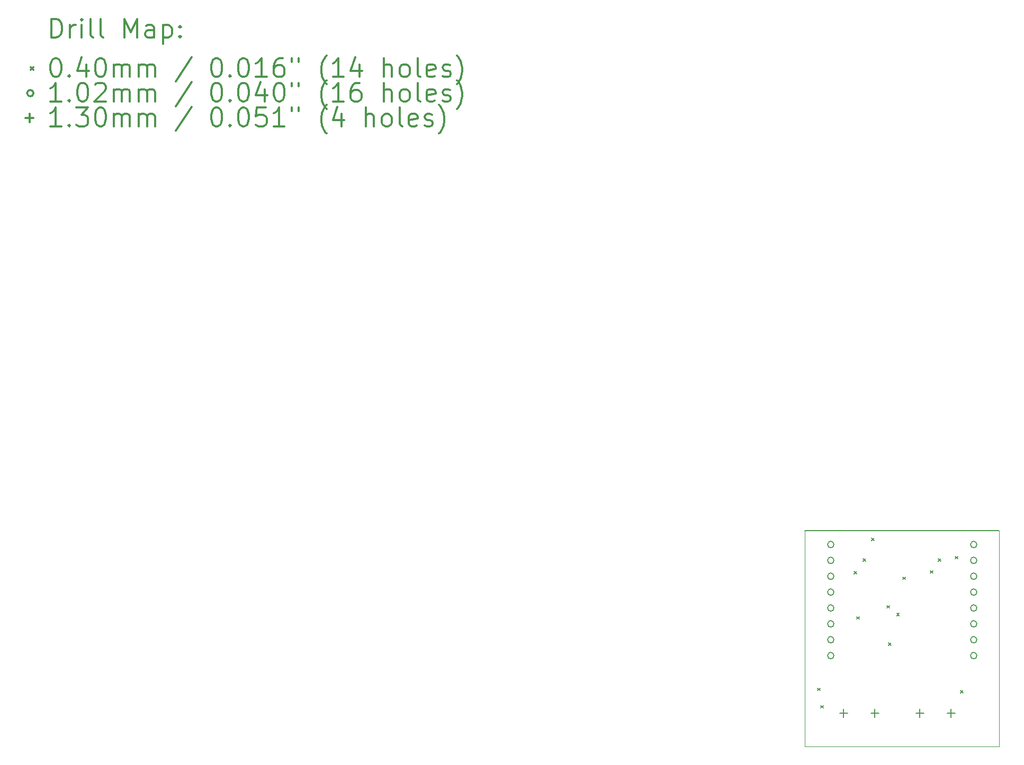
<source format=gbr>
%FSLAX45Y45*%
G04 Gerber Fmt 4.5, Leading zero omitted, Abs format (unit mm)*
G04 Created by KiCad (PCBNEW (5.1.9)-1) date 2021-07-08 21:35:27*
%MOMM*%
%LPD*%
G01*
G04 APERTURE LIST*
%TA.AperFunction,Profile*%
%ADD10C,0.150000*%
%TD*%
%TA.AperFunction,Profile*%
%ADD11C,0.100000*%
%TD*%
%ADD12C,0.200000*%
%ADD13C,0.300000*%
G04 APERTURE END LIST*
D10*
X12331700Y-8356600D02*
X15443200Y-8356600D01*
D11*
X15443200Y-8356600D02*
X15443200Y-11811000D01*
X12331700Y-11811000D02*
X12331700Y-8356600D01*
X15443200Y-11811000D02*
X12331700Y-11811000D01*
D12*
X12540300Y-10876600D02*
X12580300Y-10916600D01*
X12580300Y-10876600D02*
X12540300Y-10916600D01*
X12591100Y-11156000D02*
X12631100Y-11196000D01*
X12631100Y-11156000D02*
X12591100Y-11196000D01*
X13124500Y-9009700D02*
X13164500Y-9049700D01*
X13164500Y-9009700D02*
X13124500Y-9049700D01*
X13162600Y-9733600D02*
X13202600Y-9773600D01*
X13202600Y-9733600D02*
X13162600Y-9773600D01*
X13264200Y-8806500D02*
X13304200Y-8846500D01*
X13304200Y-8806500D02*
X13264200Y-8846500D01*
X13403900Y-8476300D02*
X13443900Y-8516300D01*
X13443900Y-8476300D02*
X13403900Y-8516300D01*
X13645200Y-9555800D02*
X13685200Y-9595800D01*
X13685200Y-9555800D02*
X13645200Y-9595800D01*
X13670600Y-10152700D02*
X13710600Y-10192700D01*
X13710600Y-10152700D02*
X13670600Y-10192700D01*
X13803950Y-9676450D02*
X13843950Y-9716450D01*
X13843950Y-9676450D02*
X13803950Y-9716450D01*
X13899200Y-9099901D02*
X13939200Y-9139901D01*
X13939200Y-9099901D02*
X13899200Y-9139901D01*
X14343700Y-8997000D02*
X14383700Y-9037000D01*
X14383700Y-8997000D02*
X14343700Y-9037000D01*
X14470700Y-8806501D02*
X14510700Y-8846501D01*
X14510700Y-8806501D02*
X14470700Y-8846501D01*
X14737400Y-8768400D02*
X14777400Y-8808400D01*
X14777400Y-8768400D02*
X14737400Y-8808400D01*
X14826300Y-10914700D02*
X14866300Y-10954700D01*
X14866300Y-10914700D02*
X14826300Y-10954700D01*
X12799800Y-8578900D02*
G75*
G03*
X12799800Y-8578900I-50800J0D01*
G01*
X12799800Y-8832900D02*
G75*
G03*
X12799800Y-8832900I-50800J0D01*
G01*
X12799800Y-9086900D02*
G75*
G03*
X12799800Y-9086900I-50800J0D01*
G01*
X12799800Y-9340900D02*
G75*
G03*
X12799800Y-9340900I-50800J0D01*
G01*
X12799800Y-9594900D02*
G75*
G03*
X12799800Y-9594900I-50800J0D01*
G01*
X12799800Y-9848900D02*
G75*
G03*
X12799800Y-9848900I-50800J0D01*
G01*
X12799800Y-10102900D02*
G75*
G03*
X12799800Y-10102900I-50800J0D01*
G01*
X12799800Y-10356900D02*
G75*
G03*
X12799800Y-10356900I-50800J0D01*
G01*
X15085800Y-8578900D02*
G75*
G03*
X15085800Y-8578900I-50800J0D01*
G01*
X15085800Y-8832900D02*
G75*
G03*
X15085800Y-8832900I-50800J0D01*
G01*
X15085800Y-9086900D02*
G75*
G03*
X15085800Y-9086900I-50800J0D01*
G01*
X15085800Y-9340900D02*
G75*
G03*
X15085800Y-9340900I-50800J0D01*
G01*
X15085800Y-9594900D02*
G75*
G03*
X15085800Y-9594900I-50800J0D01*
G01*
X15085800Y-9848900D02*
G75*
G03*
X15085800Y-9848900I-50800J0D01*
G01*
X15085800Y-10102900D02*
G75*
G03*
X15085800Y-10102900I-50800J0D01*
G01*
X15085800Y-10356900D02*
G75*
G03*
X15085800Y-10356900I-50800J0D01*
G01*
X12954000Y-11212600D02*
X12954000Y-11342600D01*
X12889000Y-11277600D02*
X13019000Y-11277600D01*
X13454000Y-11212600D02*
X13454000Y-11342600D01*
X13389000Y-11277600D02*
X13519000Y-11277600D01*
X14173200Y-11212600D02*
X14173200Y-11342600D01*
X14108200Y-11277600D02*
X14238200Y-11277600D01*
X14673200Y-11212600D02*
X14673200Y-11342600D01*
X14608200Y-11277600D02*
X14738200Y-11277600D01*
D13*
X286429Y-465714D02*
X286429Y-165714D01*
X357857Y-165714D01*
X400714Y-180000D01*
X429286Y-208571D01*
X443571Y-237143D01*
X457857Y-294286D01*
X457857Y-337143D01*
X443571Y-394286D01*
X429286Y-422857D01*
X400714Y-451428D01*
X357857Y-465714D01*
X286429Y-465714D01*
X586429Y-465714D02*
X586429Y-265714D01*
X586429Y-322857D02*
X600714Y-294286D01*
X615000Y-280000D01*
X643571Y-265714D01*
X672143Y-265714D01*
X772143Y-465714D02*
X772143Y-265714D01*
X772143Y-165714D02*
X757857Y-180000D01*
X772143Y-194286D01*
X786428Y-180000D01*
X772143Y-165714D01*
X772143Y-194286D01*
X957857Y-465714D02*
X929286Y-451428D01*
X915000Y-422857D01*
X915000Y-165714D01*
X1115000Y-465714D02*
X1086429Y-451428D01*
X1072143Y-422857D01*
X1072143Y-165714D01*
X1457857Y-465714D02*
X1457857Y-165714D01*
X1557857Y-380000D01*
X1657857Y-165714D01*
X1657857Y-465714D01*
X1929286Y-465714D02*
X1929286Y-308571D01*
X1915000Y-280000D01*
X1886428Y-265714D01*
X1829286Y-265714D01*
X1800714Y-280000D01*
X1929286Y-451428D02*
X1900714Y-465714D01*
X1829286Y-465714D01*
X1800714Y-451428D01*
X1786428Y-422857D01*
X1786428Y-394286D01*
X1800714Y-365714D01*
X1829286Y-351428D01*
X1900714Y-351428D01*
X1929286Y-337143D01*
X2072143Y-265714D02*
X2072143Y-565714D01*
X2072143Y-280000D02*
X2100714Y-265714D01*
X2157857Y-265714D01*
X2186429Y-280000D01*
X2200714Y-294286D01*
X2215000Y-322857D01*
X2215000Y-408571D01*
X2200714Y-437143D01*
X2186429Y-451428D01*
X2157857Y-465714D01*
X2100714Y-465714D01*
X2072143Y-451428D01*
X2343571Y-437143D02*
X2357857Y-451428D01*
X2343571Y-465714D01*
X2329286Y-451428D01*
X2343571Y-437143D01*
X2343571Y-465714D01*
X2343571Y-280000D02*
X2357857Y-294286D01*
X2343571Y-308571D01*
X2329286Y-294286D01*
X2343571Y-280000D01*
X2343571Y-308571D01*
X-40000Y-940000D02*
X0Y-980000D01*
X0Y-940000D02*
X-40000Y-980000D01*
X343571Y-795714D02*
X372143Y-795714D01*
X400714Y-810000D01*
X415000Y-824286D01*
X429286Y-852857D01*
X443571Y-910000D01*
X443571Y-981428D01*
X429286Y-1038571D01*
X415000Y-1067143D01*
X400714Y-1081429D01*
X372143Y-1095714D01*
X343571Y-1095714D01*
X315000Y-1081429D01*
X300714Y-1067143D01*
X286429Y-1038571D01*
X272143Y-981428D01*
X272143Y-910000D01*
X286429Y-852857D01*
X300714Y-824286D01*
X315000Y-810000D01*
X343571Y-795714D01*
X572143Y-1067143D02*
X586429Y-1081429D01*
X572143Y-1095714D01*
X557857Y-1081429D01*
X572143Y-1067143D01*
X572143Y-1095714D01*
X843571Y-895714D02*
X843571Y-1095714D01*
X772143Y-781428D02*
X700714Y-995714D01*
X886428Y-995714D01*
X1057857Y-795714D02*
X1086429Y-795714D01*
X1115000Y-810000D01*
X1129286Y-824286D01*
X1143571Y-852857D01*
X1157857Y-910000D01*
X1157857Y-981428D01*
X1143571Y-1038571D01*
X1129286Y-1067143D01*
X1115000Y-1081429D01*
X1086429Y-1095714D01*
X1057857Y-1095714D01*
X1029286Y-1081429D01*
X1015000Y-1067143D01*
X1000714Y-1038571D01*
X986428Y-981428D01*
X986428Y-910000D01*
X1000714Y-852857D01*
X1015000Y-824286D01*
X1029286Y-810000D01*
X1057857Y-795714D01*
X1286429Y-1095714D02*
X1286429Y-895714D01*
X1286429Y-924286D02*
X1300714Y-910000D01*
X1329286Y-895714D01*
X1372143Y-895714D01*
X1400714Y-910000D01*
X1415000Y-938571D01*
X1415000Y-1095714D01*
X1415000Y-938571D02*
X1429286Y-910000D01*
X1457857Y-895714D01*
X1500714Y-895714D01*
X1529286Y-910000D01*
X1543571Y-938571D01*
X1543571Y-1095714D01*
X1686428Y-1095714D02*
X1686428Y-895714D01*
X1686428Y-924286D02*
X1700714Y-910000D01*
X1729286Y-895714D01*
X1772143Y-895714D01*
X1800714Y-910000D01*
X1815000Y-938571D01*
X1815000Y-1095714D01*
X1815000Y-938571D02*
X1829286Y-910000D01*
X1857857Y-895714D01*
X1900714Y-895714D01*
X1929286Y-910000D01*
X1943571Y-938571D01*
X1943571Y-1095714D01*
X2529286Y-781428D02*
X2272143Y-1167143D01*
X2915000Y-795714D02*
X2943571Y-795714D01*
X2972143Y-810000D01*
X2986428Y-824286D01*
X3000714Y-852857D01*
X3015000Y-910000D01*
X3015000Y-981428D01*
X3000714Y-1038571D01*
X2986428Y-1067143D01*
X2972143Y-1081429D01*
X2943571Y-1095714D01*
X2915000Y-1095714D01*
X2886428Y-1081429D01*
X2872143Y-1067143D01*
X2857857Y-1038571D01*
X2843571Y-981428D01*
X2843571Y-910000D01*
X2857857Y-852857D01*
X2872143Y-824286D01*
X2886428Y-810000D01*
X2915000Y-795714D01*
X3143571Y-1067143D02*
X3157857Y-1081429D01*
X3143571Y-1095714D01*
X3129286Y-1081429D01*
X3143571Y-1067143D01*
X3143571Y-1095714D01*
X3343571Y-795714D02*
X3372143Y-795714D01*
X3400714Y-810000D01*
X3415000Y-824286D01*
X3429286Y-852857D01*
X3443571Y-910000D01*
X3443571Y-981428D01*
X3429286Y-1038571D01*
X3415000Y-1067143D01*
X3400714Y-1081429D01*
X3372143Y-1095714D01*
X3343571Y-1095714D01*
X3315000Y-1081429D01*
X3300714Y-1067143D01*
X3286428Y-1038571D01*
X3272143Y-981428D01*
X3272143Y-910000D01*
X3286428Y-852857D01*
X3300714Y-824286D01*
X3315000Y-810000D01*
X3343571Y-795714D01*
X3729286Y-1095714D02*
X3557857Y-1095714D01*
X3643571Y-1095714D02*
X3643571Y-795714D01*
X3615000Y-838571D01*
X3586428Y-867143D01*
X3557857Y-881428D01*
X3986428Y-795714D02*
X3929286Y-795714D01*
X3900714Y-810000D01*
X3886428Y-824286D01*
X3857857Y-867143D01*
X3843571Y-924286D01*
X3843571Y-1038571D01*
X3857857Y-1067143D01*
X3872143Y-1081429D01*
X3900714Y-1095714D01*
X3957857Y-1095714D01*
X3986428Y-1081429D01*
X4000714Y-1067143D01*
X4015000Y-1038571D01*
X4015000Y-967143D01*
X4000714Y-938571D01*
X3986428Y-924286D01*
X3957857Y-910000D01*
X3900714Y-910000D01*
X3872143Y-924286D01*
X3857857Y-938571D01*
X3843571Y-967143D01*
X4129286Y-795714D02*
X4129286Y-852857D01*
X4243571Y-795714D02*
X4243571Y-852857D01*
X4686429Y-1210000D02*
X4672143Y-1195714D01*
X4643571Y-1152857D01*
X4629286Y-1124286D01*
X4615000Y-1081429D01*
X4600714Y-1010000D01*
X4600714Y-952857D01*
X4615000Y-881428D01*
X4629286Y-838571D01*
X4643571Y-810000D01*
X4672143Y-767143D01*
X4686429Y-752857D01*
X4957857Y-1095714D02*
X4786429Y-1095714D01*
X4872143Y-1095714D02*
X4872143Y-795714D01*
X4843571Y-838571D01*
X4815000Y-867143D01*
X4786429Y-881428D01*
X5215000Y-895714D02*
X5215000Y-1095714D01*
X5143571Y-781428D02*
X5072143Y-995714D01*
X5257857Y-995714D01*
X5600714Y-1095714D02*
X5600714Y-795714D01*
X5729286Y-1095714D02*
X5729286Y-938571D01*
X5715000Y-910000D01*
X5686428Y-895714D01*
X5643571Y-895714D01*
X5615000Y-910000D01*
X5600714Y-924286D01*
X5915000Y-1095714D02*
X5886428Y-1081429D01*
X5872143Y-1067143D01*
X5857857Y-1038571D01*
X5857857Y-952857D01*
X5872143Y-924286D01*
X5886428Y-910000D01*
X5915000Y-895714D01*
X5957857Y-895714D01*
X5986428Y-910000D01*
X6000714Y-924286D01*
X6015000Y-952857D01*
X6015000Y-1038571D01*
X6000714Y-1067143D01*
X5986428Y-1081429D01*
X5957857Y-1095714D01*
X5915000Y-1095714D01*
X6186428Y-1095714D02*
X6157857Y-1081429D01*
X6143571Y-1052857D01*
X6143571Y-795714D01*
X6415000Y-1081429D02*
X6386428Y-1095714D01*
X6329286Y-1095714D01*
X6300714Y-1081429D01*
X6286428Y-1052857D01*
X6286428Y-938571D01*
X6300714Y-910000D01*
X6329286Y-895714D01*
X6386428Y-895714D01*
X6415000Y-910000D01*
X6429286Y-938571D01*
X6429286Y-967143D01*
X6286428Y-995714D01*
X6543571Y-1081429D02*
X6572143Y-1095714D01*
X6629286Y-1095714D01*
X6657857Y-1081429D01*
X6672143Y-1052857D01*
X6672143Y-1038571D01*
X6657857Y-1010000D01*
X6629286Y-995714D01*
X6586428Y-995714D01*
X6557857Y-981428D01*
X6543571Y-952857D01*
X6543571Y-938571D01*
X6557857Y-910000D01*
X6586428Y-895714D01*
X6629286Y-895714D01*
X6657857Y-910000D01*
X6772143Y-1210000D02*
X6786428Y-1195714D01*
X6815000Y-1152857D01*
X6829286Y-1124286D01*
X6843571Y-1081429D01*
X6857857Y-1010000D01*
X6857857Y-952857D01*
X6843571Y-881428D01*
X6829286Y-838571D01*
X6815000Y-810000D01*
X6786428Y-767143D01*
X6772143Y-752857D01*
X0Y-1356000D02*
G75*
G03*
X0Y-1356000I-50800J0D01*
G01*
X443571Y-1491714D02*
X272143Y-1491714D01*
X357857Y-1491714D02*
X357857Y-1191714D01*
X329286Y-1234571D01*
X300714Y-1263143D01*
X272143Y-1277429D01*
X572143Y-1463143D02*
X586429Y-1477428D01*
X572143Y-1491714D01*
X557857Y-1477428D01*
X572143Y-1463143D01*
X572143Y-1491714D01*
X772143Y-1191714D02*
X800714Y-1191714D01*
X829286Y-1206000D01*
X843571Y-1220286D01*
X857857Y-1248857D01*
X872143Y-1306000D01*
X872143Y-1377429D01*
X857857Y-1434571D01*
X843571Y-1463143D01*
X829286Y-1477428D01*
X800714Y-1491714D01*
X772143Y-1491714D01*
X743571Y-1477428D01*
X729286Y-1463143D01*
X715000Y-1434571D01*
X700714Y-1377429D01*
X700714Y-1306000D01*
X715000Y-1248857D01*
X729286Y-1220286D01*
X743571Y-1206000D01*
X772143Y-1191714D01*
X986428Y-1220286D02*
X1000714Y-1206000D01*
X1029286Y-1191714D01*
X1100714Y-1191714D01*
X1129286Y-1206000D01*
X1143571Y-1220286D01*
X1157857Y-1248857D01*
X1157857Y-1277429D01*
X1143571Y-1320286D01*
X972143Y-1491714D01*
X1157857Y-1491714D01*
X1286429Y-1491714D02*
X1286429Y-1291714D01*
X1286429Y-1320286D02*
X1300714Y-1306000D01*
X1329286Y-1291714D01*
X1372143Y-1291714D01*
X1400714Y-1306000D01*
X1415000Y-1334571D01*
X1415000Y-1491714D01*
X1415000Y-1334571D02*
X1429286Y-1306000D01*
X1457857Y-1291714D01*
X1500714Y-1291714D01*
X1529286Y-1306000D01*
X1543571Y-1334571D01*
X1543571Y-1491714D01*
X1686428Y-1491714D02*
X1686428Y-1291714D01*
X1686428Y-1320286D02*
X1700714Y-1306000D01*
X1729286Y-1291714D01*
X1772143Y-1291714D01*
X1800714Y-1306000D01*
X1815000Y-1334571D01*
X1815000Y-1491714D01*
X1815000Y-1334571D02*
X1829286Y-1306000D01*
X1857857Y-1291714D01*
X1900714Y-1291714D01*
X1929286Y-1306000D01*
X1943571Y-1334571D01*
X1943571Y-1491714D01*
X2529286Y-1177429D02*
X2272143Y-1563143D01*
X2915000Y-1191714D02*
X2943571Y-1191714D01*
X2972143Y-1206000D01*
X2986428Y-1220286D01*
X3000714Y-1248857D01*
X3015000Y-1306000D01*
X3015000Y-1377429D01*
X3000714Y-1434571D01*
X2986428Y-1463143D01*
X2972143Y-1477428D01*
X2943571Y-1491714D01*
X2915000Y-1491714D01*
X2886428Y-1477428D01*
X2872143Y-1463143D01*
X2857857Y-1434571D01*
X2843571Y-1377429D01*
X2843571Y-1306000D01*
X2857857Y-1248857D01*
X2872143Y-1220286D01*
X2886428Y-1206000D01*
X2915000Y-1191714D01*
X3143571Y-1463143D02*
X3157857Y-1477428D01*
X3143571Y-1491714D01*
X3129286Y-1477428D01*
X3143571Y-1463143D01*
X3143571Y-1491714D01*
X3343571Y-1191714D02*
X3372143Y-1191714D01*
X3400714Y-1206000D01*
X3415000Y-1220286D01*
X3429286Y-1248857D01*
X3443571Y-1306000D01*
X3443571Y-1377429D01*
X3429286Y-1434571D01*
X3415000Y-1463143D01*
X3400714Y-1477428D01*
X3372143Y-1491714D01*
X3343571Y-1491714D01*
X3315000Y-1477428D01*
X3300714Y-1463143D01*
X3286428Y-1434571D01*
X3272143Y-1377429D01*
X3272143Y-1306000D01*
X3286428Y-1248857D01*
X3300714Y-1220286D01*
X3315000Y-1206000D01*
X3343571Y-1191714D01*
X3700714Y-1291714D02*
X3700714Y-1491714D01*
X3629286Y-1177429D02*
X3557857Y-1391714D01*
X3743571Y-1391714D01*
X3915000Y-1191714D02*
X3943571Y-1191714D01*
X3972143Y-1206000D01*
X3986428Y-1220286D01*
X4000714Y-1248857D01*
X4015000Y-1306000D01*
X4015000Y-1377429D01*
X4000714Y-1434571D01*
X3986428Y-1463143D01*
X3972143Y-1477428D01*
X3943571Y-1491714D01*
X3915000Y-1491714D01*
X3886428Y-1477428D01*
X3872143Y-1463143D01*
X3857857Y-1434571D01*
X3843571Y-1377429D01*
X3843571Y-1306000D01*
X3857857Y-1248857D01*
X3872143Y-1220286D01*
X3886428Y-1206000D01*
X3915000Y-1191714D01*
X4129286Y-1191714D02*
X4129286Y-1248857D01*
X4243571Y-1191714D02*
X4243571Y-1248857D01*
X4686429Y-1606000D02*
X4672143Y-1591714D01*
X4643571Y-1548857D01*
X4629286Y-1520286D01*
X4615000Y-1477428D01*
X4600714Y-1406000D01*
X4600714Y-1348857D01*
X4615000Y-1277429D01*
X4629286Y-1234571D01*
X4643571Y-1206000D01*
X4672143Y-1163143D01*
X4686429Y-1148857D01*
X4957857Y-1491714D02*
X4786429Y-1491714D01*
X4872143Y-1491714D02*
X4872143Y-1191714D01*
X4843571Y-1234571D01*
X4815000Y-1263143D01*
X4786429Y-1277429D01*
X5215000Y-1191714D02*
X5157857Y-1191714D01*
X5129286Y-1206000D01*
X5115000Y-1220286D01*
X5086429Y-1263143D01*
X5072143Y-1320286D01*
X5072143Y-1434571D01*
X5086429Y-1463143D01*
X5100714Y-1477428D01*
X5129286Y-1491714D01*
X5186429Y-1491714D01*
X5215000Y-1477428D01*
X5229286Y-1463143D01*
X5243571Y-1434571D01*
X5243571Y-1363143D01*
X5229286Y-1334571D01*
X5215000Y-1320286D01*
X5186429Y-1306000D01*
X5129286Y-1306000D01*
X5100714Y-1320286D01*
X5086429Y-1334571D01*
X5072143Y-1363143D01*
X5600714Y-1491714D02*
X5600714Y-1191714D01*
X5729286Y-1491714D02*
X5729286Y-1334571D01*
X5715000Y-1306000D01*
X5686428Y-1291714D01*
X5643571Y-1291714D01*
X5615000Y-1306000D01*
X5600714Y-1320286D01*
X5915000Y-1491714D02*
X5886428Y-1477428D01*
X5872143Y-1463143D01*
X5857857Y-1434571D01*
X5857857Y-1348857D01*
X5872143Y-1320286D01*
X5886428Y-1306000D01*
X5915000Y-1291714D01*
X5957857Y-1291714D01*
X5986428Y-1306000D01*
X6000714Y-1320286D01*
X6015000Y-1348857D01*
X6015000Y-1434571D01*
X6000714Y-1463143D01*
X5986428Y-1477428D01*
X5957857Y-1491714D01*
X5915000Y-1491714D01*
X6186428Y-1491714D02*
X6157857Y-1477428D01*
X6143571Y-1448857D01*
X6143571Y-1191714D01*
X6415000Y-1477428D02*
X6386428Y-1491714D01*
X6329286Y-1491714D01*
X6300714Y-1477428D01*
X6286428Y-1448857D01*
X6286428Y-1334571D01*
X6300714Y-1306000D01*
X6329286Y-1291714D01*
X6386428Y-1291714D01*
X6415000Y-1306000D01*
X6429286Y-1334571D01*
X6429286Y-1363143D01*
X6286428Y-1391714D01*
X6543571Y-1477428D02*
X6572143Y-1491714D01*
X6629286Y-1491714D01*
X6657857Y-1477428D01*
X6672143Y-1448857D01*
X6672143Y-1434571D01*
X6657857Y-1406000D01*
X6629286Y-1391714D01*
X6586428Y-1391714D01*
X6557857Y-1377429D01*
X6543571Y-1348857D01*
X6543571Y-1334571D01*
X6557857Y-1306000D01*
X6586428Y-1291714D01*
X6629286Y-1291714D01*
X6657857Y-1306000D01*
X6772143Y-1606000D02*
X6786428Y-1591714D01*
X6815000Y-1548857D01*
X6829286Y-1520286D01*
X6843571Y-1477428D01*
X6857857Y-1406000D01*
X6857857Y-1348857D01*
X6843571Y-1277429D01*
X6829286Y-1234571D01*
X6815000Y-1206000D01*
X6786428Y-1163143D01*
X6772143Y-1148857D01*
X-65000Y-1687000D02*
X-65000Y-1817000D01*
X-130000Y-1752000D02*
X0Y-1752000D01*
X443571Y-1887714D02*
X272143Y-1887714D01*
X357857Y-1887714D02*
X357857Y-1587714D01*
X329286Y-1630571D01*
X300714Y-1659143D01*
X272143Y-1673428D01*
X572143Y-1859143D02*
X586429Y-1873428D01*
X572143Y-1887714D01*
X557857Y-1873428D01*
X572143Y-1859143D01*
X572143Y-1887714D01*
X686429Y-1587714D02*
X872143Y-1587714D01*
X772143Y-1702000D01*
X815000Y-1702000D01*
X843571Y-1716286D01*
X857857Y-1730571D01*
X872143Y-1759143D01*
X872143Y-1830571D01*
X857857Y-1859143D01*
X843571Y-1873428D01*
X815000Y-1887714D01*
X729286Y-1887714D01*
X700714Y-1873428D01*
X686429Y-1859143D01*
X1057857Y-1587714D02*
X1086429Y-1587714D01*
X1115000Y-1602000D01*
X1129286Y-1616286D01*
X1143571Y-1644857D01*
X1157857Y-1702000D01*
X1157857Y-1773428D01*
X1143571Y-1830571D01*
X1129286Y-1859143D01*
X1115000Y-1873428D01*
X1086429Y-1887714D01*
X1057857Y-1887714D01*
X1029286Y-1873428D01*
X1015000Y-1859143D01*
X1000714Y-1830571D01*
X986428Y-1773428D01*
X986428Y-1702000D01*
X1000714Y-1644857D01*
X1015000Y-1616286D01*
X1029286Y-1602000D01*
X1057857Y-1587714D01*
X1286429Y-1887714D02*
X1286429Y-1687714D01*
X1286429Y-1716286D02*
X1300714Y-1702000D01*
X1329286Y-1687714D01*
X1372143Y-1687714D01*
X1400714Y-1702000D01*
X1415000Y-1730571D01*
X1415000Y-1887714D01*
X1415000Y-1730571D02*
X1429286Y-1702000D01*
X1457857Y-1687714D01*
X1500714Y-1687714D01*
X1529286Y-1702000D01*
X1543571Y-1730571D01*
X1543571Y-1887714D01*
X1686428Y-1887714D02*
X1686428Y-1687714D01*
X1686428Y-1716286D02*
X1700714Y-1702000D01*
X1729286Y-1687714D01*
X1772143Y-1687714D01*
X1800714Y-1702000D01*
X1815000Y-1730571D01*
X1815000Y-1887714D01*
X1815000Y-1730571D02*
X1829286Y-1702000D01*
X1857857Y-1687714D01*
X1900714Y-1687714D01*
X1929286Y-1702000D01*
X1943571Y-1730571D01*
X1943571Y-1887714D01*
X2529286Y-1573428D02*
X2272143Y-1959143D01*
X2915000Y-1587714D02*
X2943571Y-1587714D01*
X2972143Y-1602000D01*
X2986428Y-1616286D01*
X3000714Y-1644857D01*
X3015000Y-1702000D01*
X3015000Y-1773428D01*
X3000714Y-1830571D01*
X2986428Y-1859143D01*
X2972143Y-1873428D01*
X2943571Y-1887714D01*
X2915000Y-1887714D01*
X2886428Y-1873428D01*
X2872143Y-1859143D01*
X2857857Y-1830571D01*
X2843571Y-1773428D01*
X2843571Y-1702000D01*
X2857857Y-1644857D01*
X2872143Y-1616286D01*
X2886428Y-1602000D01*
X2915000Y-1587714D01*
X3143571Y-1859143D02*
X3157857Y-1873428D01*
X3143571Y-1887714D01*
X3129286Y-1873428D01*
X3143571Y-1859143D01*
X3143571Y-1887714D01*
X3343571Y-1587714D02*
X3372143Y-1587714D01*
X3400714Y-1602000D01*
X3415000Y-1616286D01*
X3429286Y-1644857D01*
X3443571Y-1702000D01*
X3443571Y-1773428D01*
X3429286Y-1830571D01*
X3415000Y-1859143D01*
X3400714Y-1873428D01*
X3372143Y-1887714D01*
X3343571Y-1887714D01*
X3315000Y-1873428D01*
X3300714Y-1859143D01*
X3286428Y-1830571D01*
X3272143Y-1773428D01*
X3272143Y-1702000D01*
X3286428Y-1644857D01*
X3300714Y-1616286D01*
X3315000Y-1602000D01*
X3343571Y-1587714D01*
X3715000Y-1587714D02*
X3572143Y-1587714D01*
X3557857Y-1730571D01*
X3572143Y-1716286D01*
X3600714Y-1702000D01*
X3672143Y-1702000D01*
X3700714Y-1716286D01*
X3715000Y-1730571D01*
X3729286Y-1759143D01*
X3729286Y-1830571D01*
X3715000Y-1859143D01*
X3700714Y-1873428D01*
X3672143Y-1887714D01*
X3600714Y-1887714D01*
X3572143Y-1873428D01*
X3557857Y-1859143D01*
X4015000Y-1887714D02*
X3843571Y-1887714D01*
X3929286Y-1887714D02*
X3929286Y-1587714D01*
X3900714Y-1630571D01*
X3872143Y-1659143D01*
X3843571Y-1673428D01*
X4129286Y-1587714D02*
X4129286Y-1644857D01*
X4243571Y-1587714D02*
X4243571Y-1644857D01*
X4686429Y-2002000D02*
X4672143Y-1987714D01*
X4643571Y-1944857D01*
X4629286Y-1916286D01*
X4615000Y-1873428D01*
X4600714Y-1802000D01*
X4600714Y-1744857D01*
X4615000Y-1673428D01*
X4629286Y-1630571D01*
X4643571Y-1602000D01*
X4672143Y-1559143D01*
X4686429Y-1544857D01*
X4929286Y-1687714D02*
X4929286Y-1887714D01*
X4857857Y-1573428D02*
X4786429Y-1787714D01*
X4972143Y-1787714D01*
X5315000Y-1887714D02*
X5315000Y-1587714D01*
X5443571Y-1887714D02*
X5443571Y-1730571D01*
X5429286Y-1702000D01*
X5400714Y-1687714D01*
X5357857Y-1687714D01*
X5329286Y-1702000D01*
X5315000Y-1716286D01*
X5629286Y-1887714D02*
X5600714Y-1873428D01*
X5586429Y-1859143D01*
X5572143Y-1830571D01*
X5572143Y-1744857D01*
X5586429Y-1716286D01*
X5600714Y-1702000D01*
X5629286Y-1687714D01*
X5672143Y-1687714D01*
X5700714Y-1702000D01*
X5715000Y-1716286D01*
X5729286Y-1744857D01*
X5729286Y-1830571D01*
X5715000Y-1859143D01*
X5700714Y-1873428D01*
X5672143Y-1887714D01*
X5629286Y-1887714D01*
X5900714Y-1887714D02*
X5872143Y-1873428D01*
X5857857Y-1844857D01*
X5857857Y-1587714D01*
X6129286Y-1873428D02*
X6100714Y-1887714D01*
X6043571Y-1887714D01*
X6015000Y-1873428D01*
X6000714Y-1844857D01*
X6000714Y-1730571D01*
X6015000Y-1702000D01*
X6043571Y-1687714D01*
X6100714Y-1687714D01*
X6129286Y-1702000D01*
X6143571Y-1730571D01*
X6143571Y-1759143D01*
X6000714Y-1787714D01*
X6257857Y-1873428D02*
X6286428Y-1887714D01*
X6343571Y-1887714D01*
X6372143Y-1873428D01*
X6386428Y-1844857D01*
X6386428Y-1830571D01*
X6372143Y-1802000D01*
X6343571Y-1787714D01*
X6300714Y-1787714D01*
X6272143Y-1773428D01*
X6257857Y-1744857D01*
X6257857Y-1730571D01*
X6272143Y-1702000D01*
X6300714Y-1687714D01*
X6343571Y-1687714D01*
X6372143Y-1702000D01*
X6486428Y-2002000D02*
X6500714Y-1987714D01*
X6529286Y-1944857D01*
X6543571Y-1916286D01*
X6557857Y-1873428D01*
X6572143Y-1802000D01*
X6572143Y-1744857D01*
X6557857Y-1673428D01*
X6543571Y-1630571D01*
X6529286Y-1602000D01*
X6500714Y-1559143D01*
X6486428Y-1544857D01*
M02*

</source>
